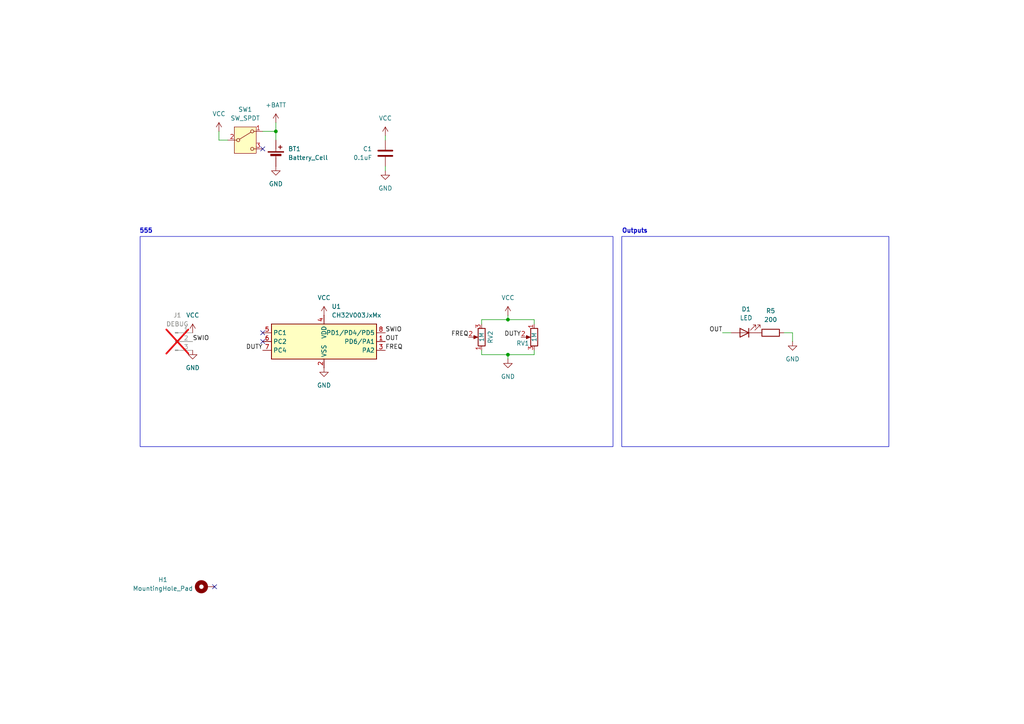
<source format=kicad_sch>
(kicad_sch (version 20231120) (generator "eeschema") (generator_version "8.0")
  (paper "A4")
  (lib_symbols
    (symbol "Connector:Conn_01x03_Pin" (pin_names (offset 1.016) hide)
      (property "Reference" "J" (at 0 5.08 0))
      (property "Value" "Conn_01x03_Pin" (at 0 -5.08 0))
      (symbol "Conn_01x03_Pin_1_1"
        (polyline (pts (xy 1.27 -2.54) (xy 0.8636 -2.54)) (stroke (width 0.1524)))
        (polyline (pts (xy 1.27 0) (xy 0.8636 0)) (stroke (width 0.1524)))
        (polyline (pts (xy 1.27 2.54) (xy 0.8636 2.54)) (stroke (width 0.1524)))
        (rectangle (start 0.8636 -2.413) (end 0 -2.667) (stroke (width 0.1524)) (fill (type outline)))
        (rectangle (start 0.8636 0.127) (end 0 -0.127) (stroke (width 0.1524)) (fill (type outline)))
        (rectangle (start 0.8636 2.667) (end 0 2.413) (stroke (width 0.1524)) (fill (type outline)))
        (pin passive line (at 5.08 2.54 180) (length 3.81) (name "Pin_1") (number "1"))
        (pin passive line (at 5.08 0 180) (length 3.81) (name "Pin_2") (number "2"))
        (pin passive line (at 5.08 -2.54 180) (length 3.81) (name "Pin_3") (number "3"))
      )
    )
    (symbol "Device:Battery_Cell" (pin_numbers hide) (pin_names (offset 0) hide)
      (property "Reference" "BT" (at 2.54 2.54 0))
      (property "Value" "Battery_Cell" (at 2.54 0 0))
      (symbol "Battery_Cell_0_1"
        (rectangle (start -2.286 1.778) (end 2.286 1.524) (fill (type outline)))
        (rectangle (start -1.524 1.016) (end 1.524 0.508) (fill (type outline)))
        (polyline (pts (xy 0 0.762) (xy 0 0)))
        (polyline (pts (xy 0 1.778) (xy 0 2.54)))
        (polyline (pts (xy 0.762 3.048) (xy 1.778 3.048)) (stroke (width 0.254)))
        (polyline (pts (xy 1.27 3.556) (xy 1.27 2.54)) (stroke (width 0.254)))
      )
      (symbol "Battery_Cell_1_1"
        (pin passive line (at 0 5.08 270) (length 2.54) (name "+") (number "1"))
        (pin passive line (at 0 -2.54 90) (length 2.54) (name "-") (number "2"))
      )
    )
    (symbol "Device:C" (pin_numbers hide) (pin_names (offset 0.254))
      (property "Reference" "C" (at 0.635 2.54 0))
      (property "Value" "C" (at 0.635 -2.54 0))
      (symbol "C_0_1"
        (polyline (pts (xy -2.032 -0.762) (xy 2.032 -0.762)) (stroke (width 0.508)))
        (polyline (pts (xy -2.032 0.762) (xy 2.032 0.762)) (stroke (width 0.508)))
      )
      (symbol "C_1_1"
        (pin passive line (at 0 3.81 270) (length 2.794) (name "~") (number "1"))
        (pin passive line (at 0 -3.81 90) (length 2.794) (name "~") (number "2"))
      )
    )
    (symbol "Device:LED" (pin_numbers hide) (pin_names (offset 1.016) hide)
      (property "Reference" "D" (at 0 2.54 0))
      (property "Value" "LED" (at 0 -2.54 0))
      (symbol "LED_0_1"
        (polyline (pts (xy -1.27 -1.27) (xy -1.27 1.27)) (stroke (width 0.254)))
        (polyline (pts (xy -1.27 0) (xy 1.27 0)))
        (polyline (pts (xy 1.27 -1.27) (xy 1.27 1.27) (xy -1.27 0) (xy 1.27 -1.27)) (stroke (width 0.254)))
        (polyline (pts (xy -3.048 -0.762) (xy -4.572 -2.286) (xy -3.81 -2.286) (xy -4.572 -2.286) (xy -4.572 -1.524)))
        (polyline (pts (xy -1.778 -0.762) (xy -3.302 -2.286) (xy -2.54 -2.286) (xy -3.302 -2.286) (xy -3.302 -1.524)))
      )
      (symbol "LED_1_1"
        (pin passive line (at -3.81 0 0) (length 2.54) (name "K") (number "1"))
        (pin passive line (at 3.81 0 180) (length 2.54) (name "A") (number "2"))
      )
    )
    (symbol "Device:R" (pin_numbers hide) (pin_names (offset 0))
      (property "Reference" "R" (at 2.032 0 90))
      (property "Value" "R" (at 0 0 90))
      (symbol "R_0_1"
        (rectangle (start -1.016 -2.54) (end 1.016 2.54) (stroke (width 0.254)))
      )
      (symbol "R_1_1"
        (pin passive line (at 0 3.81 270) (length 1.27) (name "~") (number "1"))
        (pin passive line (at 0 -3.81 90) (length 1.27) (name "~") (number "2"))
      )
    )
    (symbol "Device:R_Potentiometer" (pin_names (offset 1.016) hide)
      (property "Reference" "RV" (at -4.445 0 90))
      (property "Value" "R_Potentiometer" (at -2.54 0 90))
      (symbol "R_Potentiometer_0_1"
        (polyline (pts (xy 2.54 0) (xy 1.524 0)))
        (polyline (pts (xy 1.143 0) (xy 2.286 0.508) (xy 2.286 -0.508) (xy 1.143 0)) (fill (type outline)))
        (rectangle (start 1.016 2.54) (end -1.016 -2.54) (stroke (width 0.254)))
      )
      (symbol "R_Potentiometer_1_1"
        (pin passive line (at 0 3.81 270) (length 1.27) (name "1") (number "1"))
        (pin passive line (at 3.81 0 180) (length 1.27) (name "2") (number "2"))
        (pin passive line (at 0 -3.81 90) (length 1.27) (name "3") (number "3"))
      )
    )
    (symbol "MCU_WCH_CH32V0:CH32V003JxMx"
      (property "Reference" "U" (at -15.24 7.62 0))
      (property "Value" "CH32V003JxMx" (at 15.24 7.62 0))
      (symbol "CH32V003JxMx_1_1"
        (rectangle (start -15.24 5.08) (end 15.24 -5.08) (stroke (width 0.254)) (fill (type background)))
        (pin bidirectional line (at 17.78 0 180) (length 2.54) (name "PD6/PA1") (number "1"))
        (pin power_in line (at 0 -7.62 90) (length 2.54) (name "VSS") (number "2"))
        (pin bidirectional line (at 17.78 -2.54 180) (length 2.54) (name "PA2") (number "3"))
        (pin power_in line (at 0 7.62 270) (length 2.54) (name "VDD") (number "4"))
        (pin bidirectional line (at -17.78 2.54 0) (length 2.54) (name "PC1") (number "5"))
        (pin bidirectional line (at -17.78 0 0) (length 2.54) (name "PC2") (number "6"))
        (pin bidirectional line (at -17.78 -2.54 0) (length 2.54) (name "PC4") (number "7"))
        (pin bidirectional line (at 17.78 2.54 180) (length 2.54) (name "PD1/PD4/PD5") (number "8"))
      )
    )
    (symbol "Mechanical:MountingHole_Pad" (pin_numbers hide) (pin_names (offset 1.016) hide) (exclude_from_sim yes) (in_bom no)
      (property "Reference" "H" (at 0 6.35 0))
      (property "Value" "MountingHole_Pad" (at 0 4.445 0))
      (symbol "MountingHole_Pad_0_1"
        (circle (center 0 1.27) (radius 1.27) (stroke (width 1.27)))
      )
      (symbol "MountingHole_Pad_1_1"
        (pin input line (at 0 -2.54 90) (length 2.54) (name "1") (number "1"))
      )
    )
    (symbol "Switch:SW_SPDT" (pin_names (offset 0) hide)
      (property "Reference" "SW" (at 0 5.08 0))
      (property "Value" "SW_SPDT" (at 0 -5.08 0))
      (symbol "SW_SPDT_0_1"
        (circle (center -2.032 0) (radius 0.4572))
        (polyline (pts (xy -1.651 0.254) (xy 1.651 2.286)))
        (circle (center 2.032 -2.54) (radius 0.4572))
        (circle (center 2.032 2.54) (radius 0.4572))
      )
      (symbol "SW_SPDT_1_1"
        (rectangle (start -3.175 3.81) (end 3.175 -3.81) (fill (type background)))
        (pin passive line (at 5.08 2.54 180) (length 2.54) (name "A") (number "1"))
        (pin passive line (at -5.08 0 0) (length 2.54) (name "B") (number "2"))
        (pin passive line (at 5.08 -2.54 180) (length 2.54) (name "C") (number "3"))
      )
    )
    (symbol "power:+BATT" (power) (pin_numbers hide) (pin_names (offset 0) hide)
      (property "Value" "+BATT" (at 0 3.556 0))
      (symbol "+BATT_0_1"
        (polyline (pts (xy -0.762 1.27) (xy 0 2.54)))
        (polyline (pts (xy 0 0) (xy 0 2.54)))
        (polyline (pts (xy 0 2.54) (xy 0.762 1.27)))
      )
      (symbol "+BATT_1_1"
        (pin power_in line (at 0 0 90) (length 0) (name "~") (number "1"))
      )
    )
    (symbol "power:GND" (power) (pin_numbers hide) (pin_names (offset 0) hide)
      (property "Value" "GND" (at 0 -3.81 0))
      (symbol "GND_0_1"
        (polyline (pts (xy 0 0) (xy 0 -1.27) (xy 1.27 -1.27) (xy 0 -2.54) (xy -1.27 -1.27) (xy 0 -1.27)))
      )
      (symbol "GND_1_1"
        (pin power_in line (at 0 0 270) (length 0) (name "~") (number "1"))
      )
    )
    (symbol "power:VCC" (power) (pin_numbers hide) (pin_names (offset 0) hide)
      (property "Value" "VCC" (at 0 3.556 0))
      (symbol "VCC_0_1"
        (polyline (pts (xy -0.762 1.27) (xy 0 2.54)))
        (polyline (pts (xy 0 0) (xy 0 2.54)))
        (polyline (pts (xy 0 2.54) (xy 0.762 1.27)))
      )
      (symbol "VCC_1_1"
        (pin power_in line (at 0 0 90) (length 0) (name "~") (number "1"))
      )
    )
  )
  (junction (at 147.32 102.87))
  (junction (at 147.32 92.71))
  (junction (at 80.01 38.1))
  (no_connect (at 76.2 99.06))
  (no_connect (at 76.2 96.52))
  (no_connect (at 76.2 43.18))
  (no_connect (at 62.23 170.18))
  (wire (pts (xy 63.5 38.1) (xy 63.5 40.64)))
  (wire (pts (xy 111.76 39.37) (xy 111.76 40.64)))
  (wire (pts (xy 80.01 38.1) (xy 80.01 40.64)))
  (wire (pts (xy 154.94 102.87) (xy 147.32 102.87)))
  (wire (pts (xy 154.94 92.71) (xy 147.32 92.71)))
  (wire (pts (xy 139.7 102.87) (xy 147.32 102.87)))
  (wire (pts (xy 209.55 96.52) (xy 212.09 96.52)))
  (wire (pts (xy 147.32 92.71) (xy 139.7 92.71)))
  (wire (pts (xy 63.5 40.64) (xy 66.04 40.64)))
  (wire (pts (xy 76.2 38.1) (xy 80.01 38.1)))
  (wire (pts (xy 139.7 101.6) (xy 139.7 102.87)))
  (wire (pts (xy 229.87 96.52) (xy 229.87 99.06)))
  (wire (pts (xy 111.76 48.26) (xy 111.76 49.53)))
  (wire (pts (xy 154.94 101.6) (xy 154.94 102.87)))
  (wire (pts (xy 147.32 102.87) (xy 147.32 104.14)))
  (wire (pts (xy 139.7 92.71) (xy 139.7 93.98)))
  (wire (pts (xy 229.87 96.52) (xy 227.33 96.52)))
  (wire (pts (xy 147.32 91.44) (xy 147.32 92.71)))
  (wire (pts (xy 154.94 93.98) (xy 154.94 92.71)))
  (wire (pts (xy 80.01 35.56) (xy 80.01 38.1)))
  (rectangle (start 40.64 68.58) (end 177.8 129.54))
  (rectangle (start 180.34 68.58) (end 257.81 129.54))
  (text "Outputs" (at 180.34 67.056 0) (effects (font (size 1.27 1.27) (bold yes)) (justify left)))
  (text "555" (at 40.386 67.056 0) (effects (font (size 1.27 1.27) (thickness 0.254) (bold yes)) (justify left)))
  (label "SWIO" (at 111.76 96.52 0))
  (label "OUT" (at 111.76 99.06 0))
  (label "FREQ" (at 111.76 101.6 0))
  (label "DUTY" (at 76.2 101.6 180))
  (label "OUT" (at 209.55 96.52 180))
  (label "FREQ" (at 135.89 97.79 180))
  (label "DUTY" (at 151.13 97.79 180))
  (label "SWIO" (at 55.88 99.06 0))
  (symbol (lib_id "power:GND") (at 93.98 106.68 0) (unit 1)
    (property "Reference" "#PWR02" (effects (hide yes)))
    (property "Value" "GND" (at 93.98 111.76 0))
    (property "Description" "Power symbol creates a global label with name \"GND\" , ground" (effects (hide yes)))
  )
  (symbol (lib_id "Device:R_Potentiometer") (at 139.7 97.79 180) (unit 1) (in_bom no)
    (property "Reference" "RV2" (at 142.24 97.79 90))
    (property "Value" "1M" (at 139.7 97.79 90))
    (property "Footprint" "Potentiometer_THT:Potentiometer_Runtron_RM-065_Vertical" (effects (hide yes)))
    (property "Description" "Potentiometer" (effects (hide yes)))
  )
  (symbol (lib_id "power:GND") (at 55.88 101.6 0) (unit 1)
    (property "Reference" "#PWR06" (effects (hide yes)))
    (property "Value" "GND" (at 55.88 106.68 0))
    (property "Description" "Power symbol creates a global label with name \"GND\" , ground" (effects (hide yes)))
  )
  (symbol (lib_id "power:VCC") (at 147.32 91.44 0) (unit 1)
    (property "Reference" "#PWR09" (effects (hide yes)))
    (property "Value" "VCC" (at 147.32 86.36 0))
    (property "Description" "Power symbol creates a global label with name \"VCC\"" (effects (hide yes)))
  )
  (symbol (lib_id "Device:C") (at 111.76 44.45 0) (mirror y) (unit 1)
    (property "Reference" "C1" (at 107.95 43.1799 0) (effects (justify left)))
    (property "Value" "0.1uF" (at 107.95 45.7199 0) (effects (justify left)))
    (property "Footprint" "Capacitor_SMD:C_0603_1608Metric" (effects (hide yes)))
    (property "Description" "Unpolarized capacitor" (effects (hide yes)))
    (property "Part" "C14663" (effects (hide yes)))
  )
  (symbol (lib_id "power:+BATT") (at 80.01 35.56 0) (unit 1)
    (property "Reference" "#PWR08" (effects (hide yes)))
    (property "Value" "+BATT" (at 80.01 30.48 0))
    (property "Description" "Power symbol creates a global label with name \"+BATT\"" (effects (hide yes)))
  )
  (symbol (lib_id "Mechanical:MountingHole_Pad") (at 59.69 170.18 90) (unit 1) (exclude_from_sim yes) (in_bom no)
    (property "Reference" "H1" (at 47.244 168.148 90))
    (property "Value" "MountingHole_Pad" (at 47.244 170.688 90))
    (property "Footprint" "MountingHole:MountingHole_3mm_Pad" (effects (hide yes)))
    (property "Description" "Mounting Hole with connection" (effects (hide yes)))
  )
  (symbol (lib_id "Device:R_Potentiometer") (at 154.94 97.79 0) (mirror y) (unit 1) (in_bom no)
    (property "Reference" "RV1" (at 151.638 99.568 0))
    (property "Value" "1M" (at 154.94 97.79 90))
    (property "Footprint" "Potentiometer_THT:Potentiometer_Runtron_RM-065_Vertical" (effects (hide yes)))
    (property "Description" "Potentiometer" (effects (hide yes)))
  )
  (symbol (lib_id "power:VCC") (at 63.5 38.1 0) (unit 1)
    (property "Reference" "#PWR07" (effects (hide yes)))
    (property "Value" "VCC" (at 63.5 33.02 0))
    (property "Description" "Power symbol creates a global label with name \"VCC\"" (effects (hide yes)))
  )
  (symbol (lib_id "power:VCC") (at 93.98 91.44 0) (unit 1)
    (property "Reference" "#PWR01" (effects (hide yes)))
    (property "Value" "VCC" (at 93.98 86.36 0))
    (property "Description" "Power symbol creates a global label with name \"VCC\"" (effects (hide yes)))
  )
  (symbol (lib_id "power:GND") (at 229.87 99.06 0) (unit 1)
    (property "Reference" "#PWR03" (effects (hide yes)))
    (property "Value" "GND" (at 229.87 104.14 0))
    (property "Description" "Power symbol creates a global label with name \"GND\" , ground" (effects (hide yes)))
  )
  (symbol (lib_id "Device:LED") (at 215.9 96.52 180) (unit 1)
    (property "Reference" "D1" (at 216.408 89.662 0))
    (property "Value" "LED" (at 216.408 92.202 0))
    (property "Footprint" "LED_SMD:LED_PLCC_2835" (effects (hide yes)))
    (property "Description" "Light emitting diode" (effects (hide yes)))
    (property "Part" "C7371920" (effects (hide yes)))
  )
  (symbol (lib_id "power:VCC") (at 55.88 96.52 0) (unit 1)
    (property "Reference" "#PWR011" (effects (hide yes)))
    (property "Value" "VCC" (at 55.88 91.44 0))
    (property "Description" "Power symbol creates a global label with name \"VCC\"" (effects (hide yes)))
  )
  (symbol (lib_id "Switch:SW_SPDT") (at 71.12 40.64 0) (unit 1) (in_bom no)
    (property "Reference" "SW1" (at 71.12 31.75 0))
    (property "Value" "SW_SPDT" (at 71.12 34.29 0))
    (property "Footprint" "Button_Switch_THT:SW_Slide_SPDT_Angled_CK_OS102011MA1Q" (effects (hide yes)))
    (property "Description" "Switch, single pole double throw" (effects (hide yes)))
  )
  (symbol (lib_id "Device:Battery_Cell") (at 80.01 45.72 0) (unit 1)
    (property "Reference" "BT1" (at 83.566 43.18 0) (effects (justify left)))
    (property "Value" "Battery_Cell" (at 83.566 45.72 0) (effects (justify left)))
    (property "Footprint" "Battery:BatteryHolder_Keystone_3000_1x12mm" (effects (hide yes)))
    (property "Description" "Single-cell battery" (effects (hide yes)))
    (property "Part" "C238097" (effects (hide yes)))
  )
  (symbol (lib_id "Connector:Conn_01x03_Pin") (at 50.8 99.06 0) (unit 1) (in_bom no) (dnp yes)
    (property "Reference" "J1" (at 51.435 91.44 0))
    (property "Value" "DEBUG" (at 51.435 93.98 0))
    (property "Footprint" "Connector_PinHeader_1.27mm:PinHeader_1x03_P1.27mm_Vertical" (effects (hide yes)))
    (property "Description" "Generic connector, single row, 01x03, script generated" (effects (hide yes)))
  )
  (symbol (lib_id "power:GND") (at 111.76 49.53 0) (unit 1)
    (property "Reference" "#PWR04" (effects (hide yes)))
    (property "Value" "GND" (at 111.76 54.61 0))
    (property "Description" "Power symbol creates a global label with name \"GND\" , ground" (effects (hide yes)))
  )
  (symbol (lib_id "power:GND") (at 80.01 48.26 0) (unit 1)
    (property "Reference" "#PWR017" (effects (hide yes)))
    (property "Value" "GND" (at 80.01 53.34 0))
    (property "Description" "Power symbol creates a global label with name \"GND\" , ground" (effects (hide yes)))
  )
  (symbol (lib_id "Device:R") (at 223.52 96.52 90) (unit 1)
    (property "Reference" "R5" (at 223.52 90.17 90))
    (property "Value" "200" (at 223.52 92.71 90))
    (property "Footprint" "Resistor_SMD:R_0603_1608Metric" (effects (hide yes)))
    (property "Description" "Resistor" (effects (hide yes)))
    (property "Part" "C8218" (effects (hide yes)))
  )
  (symbol (lib_id "power:GND") (at 147.32 104.14 0) (unit 1)
    (property "Reference" "#PWR015" (effects (hide yes)))
    (property "Value" "GND" (at 147.32 109.22 0))
    (property "Description" "Power symbol creates a global label with name \"GND\" , ground" (effects (hide yes)))
  )
  (symbol (lib_id "power:VCC") (at 111.76 39.37 0) (unit 1)
    (property "Reference" "#PWR05" (effects (hide yes)))
    (property "Value" "VCC" (at 111.76 34.29 0))
    (property "Description" "Power symbol creates a global label with name \"VCC\"" (effects (hide yes)))
  )
  (symbol (lib_id "MCU_WCH_CH32V0:CH32V003JxMx") (at 93.98 99.06 0) (unit 1)
    (property "Reference" "U1" (at 96.1741 88.9 0) (effects (justify left)))
    (property "Value" "CH32V003JxMx" (at 96.1741 91.44 0) (effects (justify left)))
    (property "Footprint" "Package_SO:SOP-8_3.9x4.9mm_P1.27mm" (effects (hide yes)))
    (property "Datasheet" "https://www.wch-ic.com/products/CH32V003.html" (effects (hide yes)))
    (property "Description" "CH32V003 series are industrial-grade general-purpose microcontrollers designed based on 32-bit RISC-V instruction set and architecture. It adopts QingKe V2A core, RV32EC instruction set, and supports 2 levels of interrupt nesting. The series are mounted with rich peripheral interfaces and function modules. Its internal organizational structure meets the low-cost and low-power embedded application scenarios." (effects (hide yes)))
    (property "Part" "C5346354" (effects (hide yes)))
  )
)
</source>
